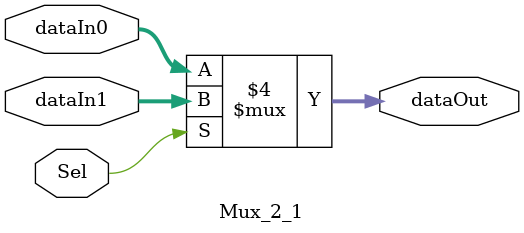
<source format=v>
module Mux_2_1 ( dataIn0, dataIn1, Sel, dataOut );
    parameter   dataWidth = 32;

    input       [dataWidth - 1 : 0] dataIn0, dataIn1;
    input                           Sel;
    output  reg [dataWidth - 1 : 0] dataOut;

    initial                         dataOut = 0;

    // assign  dataOut = Sel ? dataIn1 : dataIn0;
    always  @ ( Sel, dataIn0, dataIn1 )
    begin
        if ( Sel )      dataOut = dataIn1;
        else            dataOut = dataIn0;
    end
endmodule
</source>
